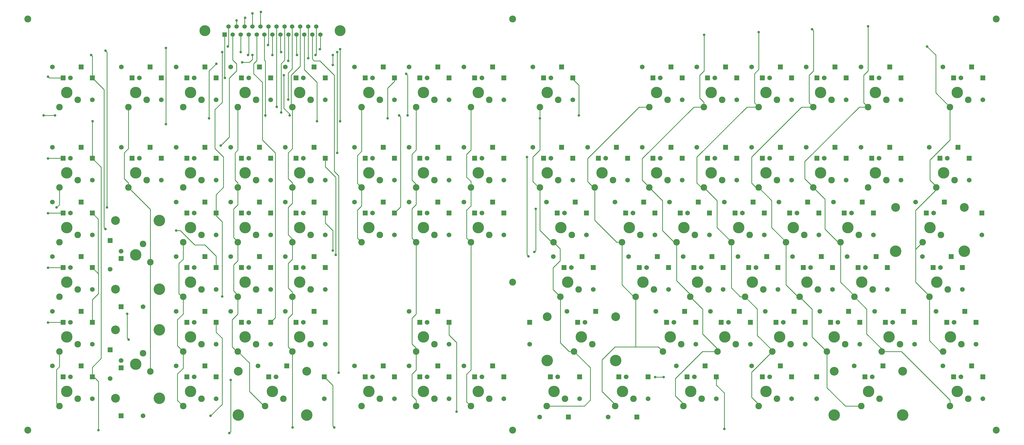
<source format=gtl>
G04 (created by PCBNEW (2013-07-07 BZR 4022)-stable) date 12/12/2017 2:38:17 AM*
%MOIN*%
G04 Gerber Fmt 3.4, Leading zero omitted, Abs format*
%FSLAX34Y34*%
G01*
G70*
G90*
G04 APERTURE LIST*
%ADD10C,0.00590551*%
%ADD11C,0.09*%
%ADD12C,0.157*%
%ADD13C,0.065*%
%ADD14R,0.065X0.065*%
%ADD15C,0.15*%
%ADD16R,0.06X0.06*%
%ADD17C,0.06*%
%ADD18C,0.0944882*%
%ADD19C,0.15748*%
%ADD20C,0.120079*%
%ADD21C,0.035*%
%ADD22C,0.01*%
G04 APERTURE END LIST*
G54D10*
G54D11*
X101362Y-24440D03*
X103862Y-23440D03*
G54D12*
X102362Y-22440D03*
G54D13*
X105862Y-23440D03*
G54D14*
X105862Y-20440D03*
G54D13*
X102862Y-20440D03*
G54D14*
X101862Y-20440D03*
X104330Y-18940D03*
G54D13*
X100393Y-18940D03*
G54D11*
X112582Y-31921D03*
X115082Y-30921D03*
G54D12*
X113582Y-29921D03*
G54D13*
X117082Y-30921D03*
G54D14*
X117082Y-27921D03*
G54D13*
X114082Y-27921D03*
G54D14*
X113082Y-27921D03*
X115551Y-26421D03*
G54D13*
X111614Y-26421D03*
G54D11*
X105102Y-31921D03*
X107602Y-30921D03*
G54D12*
X106102Y-29921D03*
G54D13*
X109602Y-30921D03*
G54D14*
X109602Y-27921D03*
G54D13*
X106602Y-27921D03*
G54D14*
X105602Y-27921D03*
X108070Y-26421D03*
G54D13*
X104133Y-26421D03*
G54D11*
X97622Y-31921D03*
X100122Y-30921D03*
G54D12*
X98622Y-29921D03*
G54D13*
X102122Y-30921D03*
G54D14*
X102122Y-27921D03*
G54D13*
X99122Y-27921D03*
G54D14*
X98122Y-27921D03*
X100590Y-26421D03*
G54D13*
X96653Y-26421D03*
G54D11*
X90141Y-31921D03*
X92641Y-30921D03*
G54D12*
X91141Y-29921D03*
G54D13*
X94641Y-30921D03*
G54D14*
X94641Y-27921D03*
G54D13*
X91641Y-27921D03*
G54D14*
X90641Y-27921D03*
X93110Y-26421D03*
G54D13*
X89173Y-26421D03*
G54D11*
X82661Y-31921D03*
X85161Y-30921D03*
G54D12*
X83661Y-29921D03*
G54D13*
X87161Y-30921D03*
G54D14*
X87161Y-27921D03*
G54D13*
X84161Y-27921D03*
G54D14*
X83161Y-27921D03*
X85629Y-26421D03*
G54D13*
X81692Y-26421D03*
G54D11*
X73311Y-31921D03*
X75811Y-30921D03*
G54D12*
X74311Y-29921D03*
G54D13*
X77811Y-30921D03*
G54D14*
X77811Y-27921D03*
G54D13*
X74811Y-27921D03*
G54D14*
X73811Y-27921D03*
X76279Y-26421D03*
G54D13*
X72342Y-26421D03*
G54D11*
X125673Y-24440D03*
X128173Y-23440D03*
G54D12*
X126673Y-22440D03*
G54D13*
X130173Y-23440D03*
G54D14*
X130173Y-20440D03*
G54D13*
X127173Y-20440D03*
G54D14*
X126173Y-20440D03*
X128641Y-18940D03*
G54D13*
X124704Y-18940D03*
G54D11*
X116322Y-24440D03*
X118822Y-23440D03*
G54D12*
X117322Y-22440D03*
G54D13*
X120822Y-23440D03*
G54D14*
X120822Y-20440D03*
G54D13*
X117822Y-20440D03*
G54D14*
X116822Y-20440D03*
X119291Y-18940D03*
G54D13*
X115354Y-18940D03*
G54D11*
X108842Y-24440D03*
X111342Y-23440D03*
G54D12*
X109842Y-22440D03*
G54D13*
X113342Y-23440D03*
G54D14*
X113342Y-20440D03*
G54D13*
X110342Y-20440D03*
G54D14*
X109342Y-20440D03*
X111811Y-18940D03*
G54D13*
X107874Y-18940D03*
G54D11*
X74246Y-39401D03*
X76746Y-38401D03*
G54D12*
X75246Y-37401D03*
G54D13*
X78746Y-38401D03*
G54D14*
X78746Y-35401D03*
G54D13*
X75746Y-35401D03*
G54D14*
X74746Y-35401D03*
X77214Y-33901D03*
G54D13*
X73277Y-33901D03*
G54D11*
X93881Y-24440D03*
X96381Y-23440D03*
G54D12*
X94881Y-22440D03*
G54D13*
X98381Y-23440D03*
G54D14*
X98381Y-20440D03*
G54D13*
X95381Y-20440D03*
G54D14*
X94381Y-20440D03*
X96850Y-18940D03*
G54D13*
X92913Y-18940D03*
G54D11*
X86401Y-24440D03*
X88901Y-23440D03*
G54D12*
X87401Y-22440D03*
G54D13*
X90901Y-23440D03*
G54D14*
X90901Y-20440D03*
G54D13*
X87901Y-20440D03*
G54D14*
X86901Y-20440D03*
X89370Y-18940D03*
G54D13*
X85433Y-18940D03*
G54D11*
X78921Y-24440D03*
X81421Y-23440D03*
G54D12*
X79921Y-22440D03*
G54D13*
X83421Y-23440D03*
G54D14*
X83421Y-20440D03*
G54D13*
X80421Y-20440D03*
G54D14*
X79421Y-20440D03*
X81889Y-18940D03*
G54D13*
X77952Y-18940D03*
G54D11*
X71440Y-24440D03*
X73940Y-23440D03*
G54D12*
X72440Y-22440D03*
G54D13*
X75940Y-23440D03*
G54D14*
X75940Y-20440D03*
G54D13*
X72940Y-20440D03*
G54D14*
X71940Y-20440D03*
X74409Y-18940D03*
G54D13*
X70472Y-18940D03*
G54D11*
X127543Y-13417D03*
X130043Y-12417D03*
G54D12*
X128543Y-11417D03*
G54D13*
X132043Y-12417D03*
G54D14*
X132043Y-9417D03*
G54D13*
X129043Y-9417D03*
G54D14*
X128043Y-9417D03*
X130511Y-7917D03*
G54D13*
X126574Y-7917D03*
G54D11*
X116322Y-13417D03*
X118822Y-12417D03*
G54D12*
X117322Y-11417D03*
G54D13*
X120822Y-12417D03*
G54D14*
X120822Y-9417D03*
G54D13*
X117822Y-9417D03*
G54D14*
X116822Y-9417D03*
X119291Y-7917D03*
G54D13*
X115354Y-7917D03*
G54D11*
X108842Y-13417D03*
X111342Y-12417D03*
G54D12*
X109842Y-11417D03*
G54D13*
X113342Y-12417D03*
G54D14*
X113342Y-9417D03*
G54D13*
X110342Y-9417D03*
G54D14*
X109342Y-9417D03*
X111811Y-7917D03*
G54D13*
X107874Y-7917D03*
G54D11*
X101362Y-13417D03*
X103862Y-12417D03*
G54D12*
X102362Y-11417D03*
G54D13*
X105862Y-12417D03*
G54D14*
X105862Y-9417D03*
G54D13*
X102862Y-9417D03*
G54D14*
X101862Y-9417D03*
X104330Y-7917D03*
G54D13*
X100393Y-7917D03*
G54D11*
X93881Y-13417D03*
X96381Y-12417D03*
G54D12*
X94881Y-11417D03*
G54D13*
X98381Y-12417D03*
G54D14*
X98381Y-9417D03*
G54D13*
X95381Y-9417D03*
G54D14*
X94381Y-9417D03*
X96850Y-7917D03*
G54D13*
X92913Y-7917D03*
G54D11*
X103232Y-46881D03*
X105732Y-45881D03*
G54D12*
X104232Y-44881D03*
G54D13*
X107732Y-45881D03*
G54D14*
X107732Y-42881D03*
G54D13*
X104732Y-42881D03*
G54D14*
X103732Y-42881D03*
X106200Y-41381D03*
G54D13*
X102263Y-41381D03*
G54D11*
X127543Y-54362D03*
X130043Y-53362D03*
G54D12*
X128543Y-52362D03*
G54D13*
X132043Y-53362D03*
G54D14*
X132043Y-50362D03*
G54D13*
X129043Y-50362D03*
G54D14*
X128043Y-50362D03*
X130511Y-48862D03*
G54D13*
X126574Y-48862D03*
G54D11*
X101362Y-54362D03*
X103862Y-53362D03*
G54D12*
X102362Y-52362D03*
G54D13*
X105862Y-53362D03*
G54D14*
X105862Y-50362D03*
G54D13*
X102862Y-50362D03*
G54D14*
X101862Y-50362D03*
X104330Y-48862D03*
G54D13*
X100393Y-48862D03*
G54D11*
X91076Y-54362D03*
X93576Y-53362D03*
G54D12*
X92076Y-52362D03*
G54D13*
X95576Y-53362D03*
G54D14*
X95576Y-50362D03*
G54D13*
X92576Y-50362D03*
G54D14*
X91576Y-50362D03*
X94045Y-48862D03*
G54D13*
X90108Y-48862D03*
G54D11*
X126608Y-46881D03*
X129108Y-45881D03*
G54D12*
X127608Y-44881D03*
G54D13*
X131108Y-45881D03*
G54D14*
X131108Y-42881D03*
G54D13*
X128108Y-42881D03*
G54D14*
X127108Y-42881D03*
X129576Y-41381D03*
G54D13*
X125639Y-41381D03*
G54D11*
X118192Y-46881D03*
X120692Y-45881D03*
G54D12*
X119192Y-44881D03*
G54D13*
X122692Y-45881D03*
G54D14*
X122692Y-42881D03*
G54D13*
X119692Y-42881D03*
G54D14*
X118692Y-42881D03*
X121161Y-41381D03*
G54D13*
X117224Y-41381D03*
G54D11*
X110712Y-46881D03*
X113212Y-45881D03*
G54D12*
X111712Y-44881D03*
G54D13*
X115212Y-45881D03*
G54D14*
X115212Y-42881D03*
G54D13*
X112212Y-42881D03*
G54D14*
X111212Y-42881D03*
X113681Y-41381D03*
G54D13*
X109744Y-41381D03*
G54D11*
X86401Y-13417D03*
X88901Y-12417D03*
G54D12*
X87401Y-11417D03*
G54D13*
X90901Y-12417D03*
G54D14*
X90901Y-9417D03*
G54D13*
X87901Y-9417D03*
G54D14*
X86901Y-9417D03*
X89370Y-7917D03*
G54D13*
X85433Y-7917D03*
G54D11*
X95751Y-46881D03*
X98251Y-45881D03*
G54D12*
X96751Y-44881D03*
G54D13*
X100251Y-45881D03*
G54D14*
X100251Y-42881D03*
G54D13*
X97251Y-42881D03*
G54D14*
X96251Y-42881D03*
X98720Y-41381D03*
G54D13*
X94783Y-41381D03*
G54D11*
X88271Y-46881D03*
X90771Y-45881D03*
G54D12*
X89271Y-44881D03*
G54D13*
X92771Y-45881D03*
G54D14*
X92771Y-42881D03*
G54D13*
X89771Y-42881D03*
G54D14*
X88771Y-42881D03*
X91240Y-41381D03*
G54D13*
X87303Y-41381D03*
G54D11*
X124738Y-39401D03*
X127238Y-38401D03*
G54D12*
X125738Y-37401D03*
G54D13*
X129238Y-38401D03*
G54D14*
X129238Y-35401D03*
G54D13*
X126238Y-35401D03*
G54D14*
X125238Y-35401D03*
X127706Y-33901D03*
G54D13*
X123769Y-33901D03*
G54D11*
X114452Y-39401D03*
X116952Y-38401D03*
G54D12*
X115452Y-37401D03*
G54D13*
X118952Y-38401D03*
G54D14*
X118952Y-35401D03*
G54D13*
X115952Y-35401D03*
G54D14*
X114952Y-35401D03*
X117421Y-33901D03*
G54D13*
X113484Y-33901D03*
G54D11*
X106972Y-39401D03*
X109472Y-38401D03*
G54D12*
X107972Y-37401D03*
G54D13*
X111472Y-38401D03*
G54D14*
X111472Y-35401D03*
G54D13*
X108472Y-35401D03*
G54D14*
X107472Y-35401D03*
X109940Y-33901D03*
G54D13*
X106003Y-33901D03*
G54D11*
X99492Y-39401D03*
X101992Y-38401D03*
G54D12*
X100492Y-37401D03*
G54D13*
X103992Y-38401D03*
G54D14*
X103992Y-35401D03*
G54D13*
X100992Y-35401D03*
G54D14*
X99992Y-35401D03*
X102460Y-33901D03*
G54D13*
X98523Y-33901D03*
G54D11*
X92011Y-39401D03*
X94511Y-38401D03*
G54D12*
X93011Y-37401D03*
G54D13*
X96511Y-38401D03*
G54D14*
X96511Y-35401D03*
G54D13*
X93511Y-35401D03*
G54D14*
X92511Y-35401D03*
X94980Y-33901D03*
G54D13*
X91043Y-33901D03*
G54D11*
X84531Y-39401D03*
X87031Y-38401D03*
G54D12*
X85531Y-37401D03*
G54D13*
X89031Y-38401D03*
G54D14*
X89031Y-35401D03*
G54D13*
X86031Y-35401D03*
G54D14*
X85031Y-35401D03*
X87500Y-33901D03*
G54D13*
X83562Y-33901D03*
G54D11*
X15141Y-24440D03*
X17641Y-23440D03*
G54D12*
X16141Y-22440D03*
G54D13*
X19641Y-23440D03*
G54D14*
X19641Y-20440D03*
G54D13*
X16641Y-20440D03*
G54D14*
X15641Y-20440D03*
X18110Y-18940D03*
G54D13*
X14173Y-18940D03*
G54D11*
X37582Y-39401D03*
X40082Y-38401D03*
G54D12*
X38582Y-37401D03*
G54D13*
X42082Y-38401D03*
G54D14*
X42082Y-35401D03*
G54D13*
X39082Y-35401D03*
G54D14*
X38082Y-35401D03*
X40551Y-33901D03*
G54D13*
X36614Y-33901D03*
G54D11*
X30102Y-39401D03*
X32602Y-38401D03*
G54D12*
X31102Y-37401D03*
G54D13*
X34602Y-38401D03*
G54D14*
X34602Y-35401D03*
G54D13*
X31602Y-35401D03*
G54D14*
X30602Y-35401D03*
X33070Y-33901D03*
G54D13*
X29133Y-33901D03*
G54D11*
X22622Y-39401D03*
X25122Y-38401D03*
G54D12*
X23622Y-37401D03*
G54D13*
X27122Y-38401D03*
G54D14*
X27122Y-35401D03*
G54D13*
X24122Y-35401D03*
G54D14*
X23122Y-35401D03*
X25590Y-33901D03*
G54D13*
X21653Y-33901D03*
G54D11*
X37582Y-31921D03*
X40082Y-30921D03*
G54D12*
X38582Y-29921D03*
G54D13*
X42082Y-30921D03*
G54D14*
X42082Y-27921D03*
G54D13*
X39082Y-27921D03*
G54D14*
X38082Y-27921D03*
X40551Y-26421D03*
G54D13*
X36614Y-26421D03*
G54D11*
X30102Y-31921D03*
X32602Y-30921D03*
G54D12*
X31102Y-29921D03*
G54D13*
X34602Y-30921D03*
G54D14*
X34602Y-27921D03*
G54D13*
X31602Y-27921D03*
G54D14*
X30602Y-27921D03*
X33070Y-26421D03*
G54D13*
X29133Y-26421D03*
G54D11*
X22622Y-31921D03*
X25122Y-30921D03*
G54D12*
X23622Y-29921D03*
G54D13*
X27122Y-30921D03*
G54D14*
X27122Y-27921D03*
G54D13*
X24122Y-27921D03*
G54D14*
X23122Y-27921D03*
X25590Y-26421D03*
G54D13*
X21653Y-26421D03*
G54D11*
X37582Y-24440D03*
X40082Y-23440D03*
G54D12*
X38582Y-22440D03*
G54D13*
X42082Y-23440D03*
G54D14*
X42082Y-20440D03*
G54D13*
X39082Y-20440D03*
G54D14*
X38082Y-20440D03*
X40551Y-18940D03*
G54D13*
X36614Y-18940D03*
G54D11*
X30102Y-24440D03*
X32602Y-23440D03*
G54D12*
X31102Y-22440D03*
G54D13*
X34602Y-23440D03*
G54D14*
X34602Y-20440D03*
G54D13*
X31602Y-20440D03*
G54D14*
X30602Y-20440D03*
X33070Y-18940D03*
G54D13*
X29133Y-18940D03*
G54D11*
X22622Y-24440D03*
X25122Y-23440D03*
G54D12*
X23622Y-22440D03*
G54D13*
X27122Y-23440D03*
G54D14*
X27122Y-20440D03*
G54D13*
X24122Y-20440D03*
G54D14*
X23122Y-20440D03*
X25590Y-18940D03*
G54D13*
X21653Y-18940D03*
G54D11*
X37582Y-13417D03*
X40082Y-12417D03*
G54D12*
X38582Y-11417D03*
G54D13*
X42082Y-12417D03*
G54D14*
X42082Y-9417D03*
G54D13*
X39082Y-9417D03*
G54D14*
X38082Y-9417D03*
X40551Y-7917D03*
G54D13*
X36614Y-7917D03*
G54D11*
X30102Y-13417D03*
X32602Y-12417D03*
G54D12*
X31102Y-11417D03*
G54D13*
X34602Y-12417D03*
G54D14*
X34602Y-9417D03*
G54D13*
X31602Y-9417D03*
G54D14*
X30602Y-9417D03*
X33070Y-7917D03*
G54D13*
X29133Y-7917D03*
G54D11*
X22622Y-13417D03*
X25122Y-12417D03*
G54D12*
X23622Y-11417D03*
G54D13*
X27122Y-12417D03*
G54D14*
X27122Y-9417D03*
G54D13*
X24122Y-9417D03*
G54D14*
X23122Y-9417D03*
X25590Y-7917D03*
G54D13*
X21653Y-7917D03*
G54D11*
X15141Y-13417D03*
X17641Y-12417D03*
G54D12*
X16141Y-11417D03*
G54D13*
X19641Y-12417D03*
G54D14*
X19641Y-9417D03*
G54D13*
X16641Y-9417D03*
G54D14*
X15641Y-9417D03*
X18110Y-7917D03*
G54D13*
X14173Y-7917D03*
G54D11*
X5692Y-54362D03*
X8192Y-53362D03*
G54D12*
X6692Y-52362D03*
G54D13*
X10192Y-53362D03*
G54D14*
X10192Y-50362D03*
G54D13*
X7192Y-50362D03*
G54D14*
X6192Y-50362D03*
X8661Y-48862D03*
G54D13*
X4724Y-48862D03*
G54D11*
X5692Y-46881D03*
X8192Y-45881D03*
G54D12*
X6692Y-44881D03*
G54D13*
X10192Y-45881D03*
G54D14*
X10192Y-42881D03*
G54D13*
X7192Y-42881D03*
G54D14*
X6192Y-42881D03*
X8661Y-41381D03*
G54D13*
X4724Y-41381D03*
G54D11*
X5692Y-39401D03*
X8192Y-38401D03*
G54D12*
X6692Y-37401D03*
G54D13*
X10192Y-38401D03*
G54D14*
X10192Y-35401D03*
G54D13*
X7192Y-35401D03*
G54D14*
X6192Y-35401D03*
X8661Y-33901D03*
G54D13*
X4724Y-33901D03*
G54D11*
X5692Y-31921D03*
X8192Y-30921D03*
G54D12*
X6692Y-29921D03*
G54D13*
X10192Y-30921D03*
G54D14*
X10192Y-27921D03*
G54D13*
X7192Y-27921D03*
G54D14*
X6192Y-27921D03*
X8661Y-26421D03*
G54D13*
X4724Y-26421D03*
G54D11*
X5692Y-24440D03*
X8192Y-23440D03*
G54D12*
X6692Y-22440D03*
G54D13*
X10192Y-23440D03*
G54D14*
X10192Y-20440D03*
G54D13*
X7192Y-20440D03*
G54D14*
X6192Y-20440D03*
X8661Y-18940D03*
G54D13*
X4724Y-18940D03*
G54D11*
X47031Y-24440D03*
X49531Y-23440D03*
G54D12*
X48031Y-22440D03*
G54D13*
X51531Y-23440D03*
G54D14*
X51531Y-20440D03*
G54D13*
X48531Y-20440D03*
G54D14*
X47531Y-20440D03*
X50000Y-18940D03*
G54D13*
X46062Y-18940D03*
G54D11*
X71440Y-13417D03*
X73940Y-12417D03*
G54D12*
X72440Y-11417D03*
G54D13*
X75940Y-12417D03*
G54D14*
X75940Y-9417D03*
G54D13*
X72940Y-9417D03*
G54D14*
X71940Y-9417D03*
X74409Y-7917D03*
G54D13*
X70472Y-7917D03*
G54D11*
X61992Y-54362D03*
X64492Y-53362D03*
G54D12*
X62992Y-52362D03*
G54D13*
X66492Y-53362D03*
G54D14*
X66492Y-50362D03*
G54D13*
X63492Y-50362D03*
G54D14*
X62492Y-50362D03*
X64960Y-48862D03*
G54D13*
X61023Y-48862D03*
G54D11*
X54511Y-54362D03*
X57011Y-53362D03*
G54D12*
X55511Y-52362D03*
G54D13*
X59011Y-53362D03*
G54D14*
X59011Y-50362D03*
G54D13*
X56011Y-50362D03*
G54D14*
X55011Y-50362D03*
X57480Y-48862D03*
G54D13*
X53543Y-48862D03*
G54D11*
X47031Y-54362D03*
X49531Y-53362D03*
G54D12*
X48031Y-52362D03*
G54D13*
X51531Y-53362D03*
G54D14*
X51531Y-50362D03*
G54D13*
X48531Y-50362D03*
G54D14*
X47531Y-50362D03*
X50000Y-48862D03*
G54D13*
X46062Y-48862D03*
G54D11*
X54511Y-46881D03*
X57011Y-45881D03*
G54D12*
X55511Y-44881D03*
G54D13*
X59011Y-45881D03*
G54D14*
X59011Y-42881D03*
G54D13*
X56011Y-42881D03*
G54D14*
X55011Y-42881D03*
X57480Y-41381D03*
G54D13*
X53543Y-41381D03*
G54D11*
X61992Y-31921D03*
X64492Y-30921D03*
G54D12*
X62992Y-29921D03*
G54D13*
X66492Y-30921D03*
G54D14*
X66492Y-27921D03*
G54D13*
X63492Y-27921D03*
G54D14*
X62492Y-27921D03*
X64960Y-26421D03*
G54D13*
X61023Y-26421D03*
G54D11*
X54511Y-31921D03*
X57011Y-30921D03*
G54D12*
X55511Y-29921D03*
G54D13*
X59011Y-30921D03*
G54D14*
X59011Y-27921D03*
G54D13*
X56011Y-27921D03*
G54D14*
X55011Y-27921D03*
X57480Y-26421D03*
G54D13*
X53543Y-26421D03*
G54D11*
X47031Y-31921D03*
X49531Y-30921D03*
G54D12*
X48031Y-29921D03*
G54D13*
X51531Y-30921D03*
G54D14*
X51531Y-27921D03*
G54D13*
X48531Y-27921D03*
G54D14*
X47531Y-27921D03*
X50000Y-26421D03*
G54D13*
X46062Y-26421D03*
G54D11*
X61992Y-24440D03*
X64492Y-23440D03*
G54D12*
X62992Y-22440D03*
G54D13*
X66492Y-23440D03*
G54D14*
X66492Y-20440D03*
G54D13*
X63492Y-20440D03*
G54D14*
X62492Y-20440D03*
X64960Y-18940D03*
G54D13*
X61023Y-18940D03*
G54D11*
X54511Y-24440D03*
X57011Y-23440D03*
G54D12*
X55511Y-22440D03*
G54D13*
X59011Y-23440D03*
G54D14*
X59011Y-20440D03*
G54D13*
X56011Y-20440D03*
G54D14*
X55011Y-20440D03*
X57480Y-18940D03*
G54D13*
X53543Y-18940D03*
G54D11*
X5692Y-13417D03*
X8192Y-12417D03*
G54D12*
X6692Y-11417D03*
G54D13*
X10192Y-12417D03*
G54D14*
X10192Y-9417D03*
G54D13*
X7192Y-9417D03*
G54D14*
X6192Y-9417D03*
X8661Y-7917D03*
G54D13*
X4724Y-7917D03*
G54D11*
X61992Y-13417D03*
X64492Y-12417D03*
G54D12*
X62992Y-11417D03*
G54D13*
X66492Y-12417D03*
G54D14*
X66492Y-9417D03*
G54D13*
X63492Y-9417D03*
G54D14*
X62492Y-9417D03*
X64960Y-7917D03*
G54D13*
X61023Y-7917D03*
G54D11*
X54511Y-13417D03*
X57011Y-12417D03*
G54D12*
X55511Y-11417D03*
G54D13*
X59011Y-12417D03*
G54D14*
X59011Y-9417D03*
G54D13*
X56011Y-9417D03*
G54D14*
X55011Y-9417D03*
X57480Y-7917D03*
G54D13*
X53543Y-7917D03*
G54D11*
X47031Y-13417D03*
X49531Y-12417D03*
G54D12*
X48031Y-11417D03*
G54D13*
X51531Y-12417D03*
G54D14*
X51531Y-9417D03*
G54D13*
X48531Y-9417D03*
G54D14*
X47531Y-9417D03*
X50000Y-7917D03*
G54D13*
X46062Y-7917D03*
G54D11*
X22622Y-54362D03*
X25122Y-53362D03*
G54D12*
X23622Y-52362D03*
G54D13*
X27122Y-53362D03*
G54D14*
X27122Y-50362D03*
G54D13*
X24122Y-50362D03*
G54D14*
X23122Y-50362D03*
X25590Y-48862D03*
G54D13*
X21653Y-48862D03*
G54D11*
X37582Y-46881D03*
X40082Y-45881D03*
G54D12*
X38582Y-44881D03*
G54D13*
X42082Y-45881D03*
G54D14*
X42082Y-42881D03*
G54D13*
X39082Y-42881D03*
G54D14*
X38082Y-42881D03*
X40551Y-41381D03*
G54D13*
X36614Y-41381D03*
G54D11*
X30102Y-46881D03*
X32602Y-45881D03*
G54D12*
X31102Y-44881D03*
G54D13*
X34602Y-45881D03*
G54D14*
X34602Y-42881D03*
G54D13*
X31602Y-42881D03*
G54D14*
X30602Y-42881D03*
X33070Y-41381D03*
G54D13*
X29133Y-41381D03*
G54D11*
X22622Y-46881D03*
X25122Y-45881D03*
G54D12*
X23622Y-44881D03*
G54D13*
X27122Y-45881D03*
G54D14*
X27122Y-42881D03*
G54D13*
X24122Y-42881D03*
G54D14*
X23122Y-42881D03*
X25590Y-41381D03*
G54D13*
X21653Y-41381D03*
G54D15*
X44092Y-2952D03*
X25592Y-2952D03*
G54D16*
X28292Y-3502D03*
G54D17*
X29392Y-3502D03*
X30492Y-3502D03*
X31592Y-3502D03*
X32692Y-3502D03*
X33742Y-3502D03*
X34842Y-3502D03*
X35942Y-3502D03*
X37042Y-3502D03*
X38142Y-3502D03*
X39192Y-3502D03*
X40292Y-3502D03*
X41392Y-3502D03*
X28842Y-2402D03*
X29942Y-2402D03*
X31042Y-2402D03*
X32092Y-2402D03*
X33192Y-2402D03*
X34292Y-2402D03*
X35392Y-2402D03*
X36492Y-2402D03*
X37542Y-2402D03*
X38642Y-2402D03*
X39742Y-2402D03*
X40842Y-2402D03*
G54D18*
X1377Y-1377D03*
X133858Y-1377D03*
X67716Y-1377D03*
X1377Y-57677D03*
X67716Y-57677D03*
X133858Y-57677D03*
X67716Y-37401D03*
G54D11*
X18141Y-34661D03*
X17141Y-32161D03*
G54D12*
X16141Y-33661D03*
G54D13*
X17141Y-40748D03*
G54D14*
X14141Y-40748D03*
G54D13*
X14141Y-33161D03*
G54D14*
X14141Y-34161D03*
X12641Y-31692D03*
G54D13*
X12641Y-35629D03*
G54D19*
X19385Y-28976D03*
G54D20*
X13385Y-28976D03*
G54D19*
X19385Y-38346D03*
G54D20*
X13385Y-38346D03*
G54D11*
X18141Y-49622D03*
X17141Y-47122D03*
G54D12*
X16141Y-48622D03*
G54D13*
X17141Y-55708D03*
G54D14*
X14141Y-55708D03*
G54D13*
X14141Y-48122D03*
G54D14*
X14141Y-49122D03*
X12641Y-46653D03*
G54D13*
X12641Y-50590D03*
G54D19*
X19385Y-43937D03*
G54D20*
X13385Y-43937D03*
G54D19*
X19385Y-53307D03*
G54D20*
X13385Y-53307D03*
G54D11*
X33842Y-54362D03*
X36342Y-53362D03*
G54D12*
X34842Y-52362D03*
G54D13*
X41929Y-53362D03*
G54D14*
X41929Y-50362D03*
G54D13*
X35342Y-50362D03*
G54D14*
X34342Y-50362D03*
X36811Y-48862D03*
G54D13*
X32874Y-48862D03*
G54D19*
X39527Y-55606D03*
G54D20*
X39527Y-49606D03*
G54D19*
X30157Y-55606D03*
G54D20*
X30157Y-49606D03*
G54D11*
X76116Y-46881D03*
X78616Y-45881D03*
G54D12*
X77116Y-44881D03*
G54D13*
X70029Y-45881D03*
G54D14*
X70029Y-42881D03*
G54D13*
X77616Y-42881D03*
G54D14*
X76616Y-42881D03*
X79084Y-41381D03*
G54D13*
X75147Y-41381D03*
G54D19*
X81801Y-48125D03*
G54D20*
X81801Y-42125D03*
G54D19*
X72431Y-48125D03*
G54D20*
X72431Y-42125D03*
G54D11*
X123803Y-31921D03*
X126303Y-30921D03*
G54D12*
X124803Y-29921D03*
G54D13*
X131889Y-30921D03*
G54D14*
X131889Y-27921D03*
G54D13*
X125303Y-27921D03*
G54D14*
X124303Y-27921D03*
X126771Y-26421D03*
G54D13*
X122834Y-26421D03*
G54D19*
X129488Y-33165D03*
G54D20*
X129488Y-27165D03*
G54D19*
X120118Y-33165D03*
G54D20*
X120118Y-27165D03*
G54D11*
X115387Y-54362D03*
X117887Y-53362D03*
G54D12*
X116387Y-52362D03*
G54D13*
X109301Y-53362D03*
G54D14*
X109301Y-50362D03*
G54D13*
X116887Y-50362D03*
G54D14*
X115887Y-50362D03*
X118356Y-48862D03*
G54D13*
X114419Y-48862D03*
G54D19*
X121072Y-55606D03*
G54D20*
X121072Y-49606D03*
G54D19*
X111702Y-55606D03*
G54D20*
X111702Y-49606D03*
G54D11*
X72375Y-54362D03*
X74875Y-53362D03*
G54D12*
X73375Y-52362D03*
G54D13*
X76875Y-53362D03*
G54D14*
X76875Y-50362D03*
G54D13*
X73875Y-50362D03*
G54D14*
X72875Y-50362D03*
X75344Y-55862D03*
G54D13*
X71407Y-55862D03*
G54D11*
X81726Y-54362D03*
X84226Y-53362D03*
G54D12*
X82726Y-52362D03*
G54D13*
X86226Y-53362D03*
G54D14*
X86226Y-50362D03*
G54D13*
X83226Y-50362D03*
G54D14*
X82226Y-50362D03*
X84694Y-55862D03*
G54D13*
X80757Y-55862D03*
G54D21*
X71440Y-14960D03*
X41338Y-5511D03*
X44094Y-5511D03*
X44094Y-15354D03*
X28740Y-5118D03*
X20275Y-5314D03*
X20275Y-15748D03*
X43897Y-49803D03*
X116338Y-2362D03*
X33267Y-393D03*
X101377Y-3149D03*
X31102Y-1181D03*
X37007Y-12401D03*
X14960Y-41732D03*
X15157Y-45275D03*
X124409Y-5118D03*
X34251Y-4921D03*
X36023Y-14173D03*
X5314Y-27165D03*
X37598Y-57283D03*
X108661Y-2755D03*
X32086Y-590D03*
X93897Y-3543D03*
X29921Y-1574D03*
X35433Y-13385D03*
X50590Y-14960D03*
X26181Y-14960D03*
X27165Y-7480D03*
X30708Y-7283D03*
X32086Y-6299D03*
X34842Y-6299D03*
X43700Y-19685D03*
X43700Y-5905D03*
X36023Y-5905D03*
X52165Y-14566D03*
X37204Y-14566D03*
X36417Y-9055D03*
X37007Y-7086D03*
X26377Y-55708D03*
X29133Y-50787D03*
X28937Y-58070D03*
X3543Y-14566D03*
X5118Y-14566D03*
X33858Y-14566D03*
X43307Y-57283D03*
X96653Y-57480D03*
X87204Y-50393D03*
X88385Y-50393D03*
X12204Y-27165D03*
X12007Y-5708D03*
X38188Y-6299D03*
X10236Y-15354D03*
X40944Y-15354D03*
X11023Y-57677D03*
X60039Y-55118D03*
X43110Y-7677D03*
X43110Y-6299D03*
X40748Y-6299D03*
X4133Y-27952D03*
X4133Y-35433D03*
X4133Y-42913D03*
X4133Y-20472D03*
X4133Y-9251D03*
X76771Y-14566D03*
X53346Y-14566D03*
X53149Y-8858D03*
X28346Y-9417D03*
X27755Y-18700D03*
X69685Y-20275D03*
X69881Y-33858D03*
X43503Y-33661D03*
X39742Y-6714D03*
X30511Y-5905D03*
X27952Y-5905D03*
X70866Y-27362D03*
X70669Y-33267D03*
X43110Y-33070D03*
X27952Y-39370D03*
X12007Y-30118D03*
X21653Y-30314D03*
X31496Y-6299D03*
X10039Y-6299D03*
G54D22*
X41392Y-3502D02*
X41392Y-5457D01*
X41338Y-5511D02*
X41392Y-5457D01*
X44094Y-15354D02*
X44094Y-5511D01*
X71440Y-24440D02*
X71291Y-24440D01*
X71440Y-19307D02*
X71440Y-14960D01*
X71440Y-14960D02*
X71440Y-13417D01*
X70472Y-20275D02*
X71440Y-19307D01*
X70472Y-23622D02*
X70472Y-20275D01*
X71291Y-24440D02*
X70472Y-23622D01*
X73311Y-31921D02*
X73062Y-31921D01*
X71440Y-30299D02*
X71440Y-24440D01*
X73062Y-31921D02*
X71440Y-30299D01*
X74246Y-39401D02*
X74244Y-39401D01*
X74212Y-32822D02*
X73311Y-31921D01*
X74212Y-34448D02*
X74212Y-32822D01*
X73228Y-35433D02*
X74212Y-34448D01*
X73228Y-38385D02*
X73228Y-35433D01*
X74244Y-39401D02*
X73228Y-38385D01*
X76116Y-46881D02*
X75425Y-46881D01*
X74246Y-45702D02*
X74246Y-39401D01*
X75425Y-46881D02*
X74246Y-45702D01*
X72375Y-54362D02*
X77527Y-54362D01*
X78346Y-49112D02*
X76116Y-46881D01*
X78346Y-53543D02*
X78346Y-49112D01*
X77527Y-54362D02*
X78346Y-53543D01*
X28842Y-5015D02*
X28842Y-2402D01*
X28740Y-5118D02*
X28842Y-5015D01*
X20275Y-15748D02*
X20275Y-5314D01*
X78921Y-24440D02*
X78771Y-24440D01*
X85007Y-13417D02*
X86401Y-13417D01*
X77952Y-20472D02*
X85007Y-13417D01*
X77952Y-23622D02*
X77952Y-20472D01*
X78771Y-24440D02*
X77952Y-23622D01*
X82661Y-31921D02*
X81921Y-31921D01*
X78921Y-28921D02*
X78921Y-24440D01*
X81921Y-31921D02*
X78921Y-28921D01*
X84531Y-39401D02*
X84283Y-39401D01*
X82661Y-37779D02*
X82661Y-31921D01*
X84283Y-39401D02*
X82661Y-37779D01*
X84531Y-39401D02*
X84531Y-46259D01*
X84531Y-46259D02*
X84645Y-46259D01*
X81726Y-54362D02*
X81726Y-54167D01*
X87649Y-46259D02*
X88271Y-46881D01*
X81692Y-46259D02*
X84645Y-46259D01*
X84645Y-46259D02*
X87649Y-46259D01*
X79921Y-48031D02*
X81692Y-46259D01*
X79921Y-52362D02*
X79921Y-48031D01*
X81726Y-54167D02*
X79921Y-52362D01*
X40292Y-3502D02*
X40292Y-6827D01*
X43897Y-22834D02*
X43897Y-49803D01*
X43307Y-22244D02*
X43897Y-22834D01*
X43307Y-9055D02*
X43307Y-22244D01*
X41338Y-7086D02*
X43307Y-9055D01*
X40551Y-7086D02*
X41338Y-7086D01*
X40292Y-6827D02*
X40551Y-7086D01*
X33192Y-2402D02*
X33192Y-468D01*
X115748Y-12842D02*
X116322Y-13417D01*
X115748Y-9055D02*
X115748Y-12842D01*
X116338Y-8464D02*
X115748Y-9055D01*
X116338Y-2362D02*
X116338Y-8464D01*
X33192Y-468D02*
X33267Y-393D01*
X108842Y-24440D02*
X108842Y-24393D01*
X115125Y-13417D02*
X116322Y-13417D01*
X107677Y-20866D02*
X115125Y-13417D01*
X107677Y-23228D02*
X107677Y-20866D01*
X108842Y-24393D02*
X107677Y-23228D01*
X112582Y-31921D02*
X112236Y-31921D01*
X110433Y-26031D02*
X108842Y-24440D01*
X110433Y-30118D02*
X110433Y-26031D01*
X112236Y-31921D02*
X110433Y-30118D01*
X114452Y-39401D02*
X114452Y-39255D01*
X112582Y-37385D02*
X112582Y-31921D01*
X114452Y-39255D02*
X112582Y-37385D01*
X118192Y-46881D02*
X118192Y-46539D01*
X116141Y-41090D02*
X114452Y-39401D01*
X116141Y-44488D02*
X116141Y-41090D01*
X118192Y-46539D02*
X116141Y-44488D01*
X127543Y-54362D02*
X127543Y-53527D01*
X120897Y-46881D02*
X118192Y-46881D01*
X127543Y-53527D02*
X120897Y-46881D01*
X31042Y-2402D02*
X31042Y-1240D01*
X100787Y-12842D02*
X101362Y-13417D01*
X100787Y-8858D02*
X100787Y-12842D01*
X101377Y-8267D02*
X100787Y-8858D01*
X101377Y-3149D02*
X101377Y-8267D01*
X31042Y-1240D02*
X31102Y-1181D01*
X93881Y-24440D02*
X93535Y-24440D01*
X99771Y-13417D02*
X101362Y-13417D01*
X92913Y-20275D02*
X99771Y-13417D01*
X92913Y-23818D02*
X92913Y-20275D01*
X93535Y-24440D02*
X92913Y-23818D01*
X97622Y-31921D02*
X97622Y-31874D01*
X95669Y-26228D02*
X93881Y-24440D01*
X95669Y-29921D02*
X95669Y-26228D01*
X97622Y-31874D02*
X95669Y-29921D01*
X99492Y-39401D02*
X98850Y-39401D01*
X97622Y-38173D02*
X97622Y-31921D01*
X98850Y-39401D02*
X97622Y-38173D01*
X103232Y-46881D02*
X103232Y-46736D01*
X101181Y-41090D02*
X99492Y-39401D01*
X101181Y-44685D02*
X101181Y-41090D01*
X103232Y-46736D02*
X101181Y-44685D01*
X101362Y-54362D02*
X101362Y-54118D01*
X100393Y-49720D02*
X103232Y-46881D01*
X100393Y-53149D02*
X100393Y-49720D01*
X101362Y-54118D02*
X100393Y-53149D01*
X37542Y-2402D02*
X37542Y-8211D01*
X37007Y-8746D02*
X37007Y-12401D01*
X37542Y-8211D02*
X37007Y-8746D01*
X14960Y-45078D02*
X14960Y-41732D01*
X15157Y-45275D02*
X14960Y-45078D01*
X54511Y-24440D02*
X54511Y-24000D01*
X54511Y-19307D02*
X54511Y-13417D01*
X53937Y-19881D02*
X54511Y-19307D01*
X53937Y-23425D02*
X53937Y-19881D01*
X54511Y-24000D02*
X53937Y-23425D01*
X30102Y-24440D02*
X30102Y-23803D01*
X30102Y-19307D02*
X30102Y-13417D01*
X29724Y-19685D02*
X30102Y-19307D01*
X29724Y-23425D02*
X29724Y-19685D01*
X30102Y-23803D02*
X29724Y-23425D01*
X54511Y-24440D02*
X54511Y-26755D01*
X53937Y-31346D02*
X54511Y-31921D01*
X53937Y-27330D02*
X53937Y-31346D01*
X54511Y-26755D02*
X53937Y-27330D01*
X30102Y-31921D02*
X30102Y-31874D01*
X30102Y-26787D02*
X30102Y-24440D01*
X29527Y-27362D02*
X30102Y-26787D01*
X29527Y-31299D02*
X29527Y-27362D01*
X30102Y-31874D02*
X29527Y-31299D01*
X30102Y-39401D02*
X30102Y-39157D01*
X30102Y-34464D02*
X30102Y-31921D01*
X29527Y-35039D02*
X30102Y-34464D01*
X29527Y-38582D02*
X29527Y-35039D01*
X30102Y-39157D02*
X29527Y-38582D01*
X30102Y-46881D02*
X29952Y-46881D01*
X30102Y-41748D02*
X30102Y-39401D01*
X29330Y-42519D02*
X30102Y-41748D01*
X29330Y-46259D02*
X29330Y-42519D01*
X29952Y-46881D02*
X29330Y-46259D01*
X33842Y-54362D02*
X33692Y-54362D01*
X31692Y-48472D02*
X30102Y-46881D01*
X31692Y-52362D02*
X31692Y-48472D01*
X33692Y-54362D02*
X31692Y-52362D01*
X54511Y-46881D02*
X54511Y-46440D01*
X54511Y-41748D02*
X54511Y-31921D01*
X53937Y-42322D02*
X54511Y-41748D01*
X53937Y-45866D02*
X53937Y-42322D01*
X54511Y-46440D02*
X53937Y-45866D01*
X54511Y-54362D02*
X54511Y-53527D01*
X54511Y-53527D02*
X53937Y-52952D01*
X53937Y-52952D02*
X53937Y-50000D01*
X53937Y-50000D02*
X54511Y-49425D01*
X54511Y-49425D02*
X54511Y-46881D01*
X34292Y-2402D02*
X34292Y-4880D01*
X125590Y-11464D02*
X127543Y-13417D01*
X125590Y-6299D02*
X125590Y-11464D01*
X124409Y-5118D02*
X125590Y-6299D01*
X34292Y-4880D02*
X34251Y-4921D01*
X125673Y-24440D02*
X125673Y-24295D01*
X127543Y-17929D02*
X127543Y-13417D01*
X124803Y-20669D02*
X127543Y-17929D01*
X124803Y-23425D02*
X124803Y-20669D01*
X125673Y-24295D02*
X124803Y-23425D01*
X122842Y-32881D02*
X122842Y-27566D01*
X125673Y-24736D02*
X125673Y-24440D01*
X122842Y-27566D02*
X125673Y-24736D01*
X124738Y-39401D02*
X124738Y-39305D01*
X122834Y-32889D02*
X122842Y-32881D01*
X122842Y-32881D02*
X123803Y-31921D01*
X122834Y-37401D02*
X122834Y-32889D01*
X124738Y-39305D02*
X122834Y-37401D01*
X126608Y-46881D02*
X126212Y-46881D01*
X124738Y-45407D02*
X124738Y-39401D01*
X126212Y-46881D02*
X124738Y-45407D01*
X36492Y-2402D02*
X36492Y-7011D01*
X36023Y-8464D02*
X36023Y-14173D01*
X36023Y-7480D02*
X36023Y-8464D01*
X36492Y-7011D02*
X36023Y-7480D01*
X22622Y-46881D02*
X22622Y-49196D01*
X21850Y-53590D02*
X22622Y-54362D01*
X21850Y-49968D02*
X21850Y-53590D01*
X22622Y-49196D02*
X21850Y-49968D01*
X22622Y-39401D02*
X22622Y-41748D01*
X21850Y-46110D02*
X22622Y-46881D01*
X21850Y-42519D02*
X21850Y-46110D01*
X22622Y-41748D02*
X21850Y-42519D01*
X22622Y-39401D02*
X22472Y-39401D01*
X22622Y-34267D02*
X22622Y-31921D01*
X22047Y-34842D02*
X22622Y-34267D01*
X22047Y-38976D02*
X22047Y-34842D01*
X22472Y-39401D02*
X22047Y-38976D01*
X47031Y-24440D02*
X47031Y-26952D01*
X46456Y-31346D02*
X47031Y-31921D01*
X46456Y-27527D02*
X46456Y-31346D01*
X47031Y-26952D02*
X46456Y-27527D01*
X47031Y-13417D02*
X47031Y-19472D01*
X46456Y-23866D02*
X47031Y-24440D01*
X46456Y-20047D02*
X46456Y-23866D01*
X47031Y-19472D02*
X46456Y-20047D01*
X5692Y-24440D02*
X5692Y-26787D01*
X5692Y-26787D02*
X5314Y-27165D01*
X38642Y-2402D02*
X38642Y-7814D01*
X37401Y-13236D02*
X37582Y-13417D01*
X37401Y-9055D02*
X37401Y-13236D01*
X38642Y-7814D02*
X37401Y-9055D01*
X61992Y-24440D02*
X61992Y-23606D01*
X61992Y-19307D02*
X61992Y-13417D01*
X61417Y-19881D02*
X61992Y-19307D01*
X61417Y-23031D02*
X61417Y-19881D01*
X61992Y-23606D02*
X61417Y-23031D01*
X37582Y-46881D02*
X37582Y-57267D01*
X37582Y-57267D02*
X37598Y-57283D01*
X5692Y-46881D02*
X5692Y-49000D01*
X5692Y-49000D02*
X5314Y-49377D01*
X5314Y-49377D02*
X5314Y-53984D01*
X5314Y-53984D02*
X5692Y-54362D01*
X37582Y-24440D02*
X37582Y-23803D01*
X37582Y-23803D02*
X37007Y-23228D01*
X37007Y-23228D02*
X37007Y-19685D01*
X37007Y-19685D02*
X37582Y-19110D01*
X37582Y-19110D02*
X37582Y-13417D01*
X37582Y-31921D02*
X37582Y-31480D01*
X37582Y-26590D02*
X37582Y-24440D01*
X37007Y-27165D02*
X37582Y-26590D01*
X37007Y-30905D02*
X37007Y-27165D01*
X37582Y-31480D02*
X37007Y-30905D01*
X37582Y-39401D02*
X37582Y-38763D01*
X37582Y-34267D02*
X37582Y-31921D01*
X37007Y-34842D02*
X37582Y-34267D01*
X37007Y-38188D02*
X37007Y-34842D01*
X37582Y-38763D02*
X37007Y-38188D01*
X37582Y-46881D02*
X37582Y-46834D01*
X37582Y-41748D02*
X37582Y-39401D01*
X37007Y-42322D02*
X37582Y-41748D01*
X37007Y-46259D02*
X37007Y-42322D01*
X37582Y-46834D02*
X37007Y-46259D01*
X61992Y-31921D02*
X61992Y-49425D01*
X61417Y-53787D02*
X61992Y-54362D01*
X61417Y-50000D02*
X61417Y-53787D01*
X61992Y-49425D02*
X61417Y-50000D01*
X61992Y-24440D02*
X61992Y-26952D01*
X61417Y-31346D02*
X61992Y-31921D01*
X61417Y-27527D02*
X61417Y-31346D01*
X61992Y-26952D02*
X61417Y-27527D01*
X32092Y-2402D02*
X32092Y-596D01*
X108267Y-12842D02*
X108842Y-13417D01*
X108267Y-9055D02*
X108267Y-12842D01*
X108858Y-8464D02*
X108267Y-9055D01*
X108858Y-2952D02*
X108858Y-8464D01*
X108661Y-2755D02*
X108858Y-2952D01*
X32092Y-596D02*
X32086Y-590D01*
X101362Y-24440D02*
X101015Y-24440D01*
X107251Y-13417D02*
X108842Y-13417D01*
X100393Y-20275D02*
X107251Y-13417D01*
X100393Y-23818D02*
X100393Y-20275D01*
X101015Y-24440D02*
X100393Y-23818D01*
X105102Y-31921D02*
X105102Y-31874D01*
X103149Y-26228D02*
X101362Y-24440D01*
X103149Y-29921D02*
X103149Y-26228D01*
X105102Y-31874D02*
X103149Y-29921D01*
X106972Y-39401D02*
X106724Y-39401D01*
X105102Y-37779D02*
X105102Y-31921D01*
X106724Y-39401D02*
X105102Y-37779D01*
X110712Y-46881D02*
X110661Y-46881D01*
X108661Y-41090D02*
X106972Y-39401D01*
X108661Y-44881D02*
X108661Y-41090D01*
X110661Y-46881D02*
X108661Y-44881D01*
X115387Y-54362D02*
X113220Y-54362D01*
X110712Y-51854D02*
X110712Y-46881D01*
X113220Y-54362D02*
X110712Y-51854D01*
X29942Y-2402D02*
X29942Y-1596D01*
X93881Y-12779D02*
X93881Y-13417D01*
X93307Y-12204D02*
X93881Y-12779D01*
X93307Y-9055D02*
X93307Y-12204D01*
X93897Y-8464D02*
X93307Y-9055D01*
X93897Y-3543D02*
X93897Y-8464D01*
X29942Y-1596D02*
X29921Y-1574D01*
X86401Y-24440D02*
X86401Y-24393D01*
X92488Y-13417D02*
X93881Y-13417D01*
X85433Y-20472D02*
X92488Y-13417D01*
X85433Y-23425D02*
X85433Y-20472D01*
X86401Y-24393D02*
X85433Y-23425D01*
X90141Y-31921D02*
X89795Y-31921D01*
X88188Y-26228D02*
X86401Y-24440D01*
X88188Y-30314D02*
X88188Y-26228D01*
X89795Y-31921D02*
X88188Y-30314D01*
X92011Y-39401D02*
X92011Y-39059D01*
X90141Y-37188D02*
X90141Y-31921D01*
X92011Y-39059D02*
X90141Y-37188D01*
X95751Y-46881D02*
X95751Y-46539D01*
X93700Y-41090D02*
X92011Y-39401D01*
X93700Y-44488D02*
X93700Y-41090D01*
X95751Y-46539D02*
X93700Y-44488D01*
X91076Y-54362D02*
X91076Y-54068D01*
X93669Y-46881D02*
X95751Y-46881D01*
X89960Y-50590D02*
X93669Y-46881D01*
X89960Y-52952D02*
X89960Y-50590D01*
X91076Y-54068D02*
X89960Y-52952D01*
X35392Y-2402D02*
X35392Y-13345D01*
X35392Y-13345D02*
X35433Y-13385D01*
X18141Y-34661D02*
X18141Y-49622D01*
X15141Y-24440D02*
X15141Y-23803D01*
X15141Y-19110D02*
X15141Y-13417D01*
X14566Y-19685D02*
X15141Y-19110D01*
X14566Y-23228D02*
X14566Y-19685D01*
X15141Y-23803D02*
X14566Y-23228D01*
X18141Y-34661D02*
X18141Y-27440D01*
X18141Y-27440D02*
X15141Y-24440D01*
X34842Y-3502D02*
X34842Y-6299D01*
X51531Y-9885D02*
X51531Y-9417D01*
X50590Y-10826D02*
X51531Y-9885D01*
X50590Y-14960D02*
X50590Y-10826D01*
X26181Y-8464D02*
X26181Y-14960D01*
X27165Y-7480D02*
X26181Y-8464D01*
X31692Y-7283D02*
X30708Y-7283D01*
X32086Y-6889D02*
X31692Y-7283D01*
X32086Y-6299D02*
X32086Y-6889D01*
X35942Y-3502D02*
X35942Y-5824D01*
X43700Y-5905D02*
X43700Y-19685D01*
X35942Y-5824D02*
X36023Y-5905D01*
X37042Y-3502D02*
X37042Y-7051D01*
X52362Y-27090D02*
X51531Y-27921D01*
X52362Y-14763D02*
X52362Y-27090D01*
X52165Y-14566D02*
X52362Y-14763D01*
X37204Y-14370D02*
X37204Y-14566D01*
X36417Y-13582D02*
X37204Y-14370D01*
X36417Y-9055D02*
X36417Y-13582D01*
X37042Y-7051D02*
X37007Y-7086D01*
X32692Y-3502D02*
X32692Y-7071D01*
X35236Y-42248D02*
X34602Y-42881D01*
X35236Y-19685D02*
X35236Y-42248D01*
X33464Y-17913D02*
X35236Y-19685D01*
X33464Y-10039D02*
X33464Y-17913D01*
X32283Y-8858D02*
X33464Y-10039D01*
X32283Y-7480D02*
X32283Y-8858D01*
X32692Y-7071D02*
X32283Y-7480D01*
X27122Y-42881D02*
X27122Y-44248D01*
X27952Y-54133D02*
X26377Y-55708D01*
X27952Y-45078D02*
X27952Y-54133D01*
X27122Y-44248D02*
X27952Y-45078D01*
X33742Y-3502D02*
X33742Y-7005D01*
X29133Y-57874D02*
X29133Y-50787D01*
X28937Y-58070D02*
X29133Y-57874D01*
X5118Y-14566D02*
X3543Y-14566D01*
X33858Y-14763D02*
X33858Y-14566D01*
X33858Y-7121D02*
X33858Y-14763D01*
X33742Y-7005D02*
X33858Y-7121D01*
X95576Y-50362D02*
X95576Y-51482D01*
X43110Y-51543D02*
X41929Y-50362D01*
X43110Y-57086D02*
X43110Y-51543D01*
X43307Y-57283D02*
X43110Y-57086D01*
X96653Y-52559D02*
X96653Y-57480D01*
X95576Y-51482D02*
X96653Y-52559D01*
X88385Y-50393D02*
X87204Y-50393D01*
X38142Y-3502D02*
X38142Y-6252D01*
X12204Y-5905D02*
X12204Y-27165D01*
X12007Y-5708D02*
X12204Y-5905D01*
X38142Y-6252D02*
X38188Y-6299D01*
X11017Y-36226D02*
X11017Y-28746D01*
X11017Y-28746D02*
X10192Y-27921D01*
X10192Y-42881D02*
X10192Y-39807D01*
X11023Y-36232D02*
X11017Y-36226D01*
X11017Y-36226D02*
X10192Y-35401D01*
X11023Y-38976D02*
X11023Y-36232D01*
X10192Y-39807D02*
X11023Y-38976D01*
X39192Y-3502D02*
X39192Y-8287D01*
X10192Y-15397D02*
X10192Y-20440D01*
X10236Y-15354D02*
X10192Y-15397D01*
X40944Y-10039D02*
X40944Y-15354D01*
X39192Y-8287D02*
X40944Y-10039D01*
X10192Y-50362D02*
X10192Y-49059D01*
X11417Y-21665D02*
X10192Y-20440D01*
X11417Y-47834D02*
X11417Y-21665D01*
X10192Y-49059D02*
X11417Y-47834D01*
X59011Y-42881D02*
X59011Y-44641D01*
X10401Y-50362D02*
X10192Y-50362D01*
X11023Y-50984D02*
X10401Y-50362D01*
X11023Y-57677D02*
X11023Y-50984D01*
X60039Y-45669D02*
X60039Y-55118D01*
X59011Y-44641D02*
X60039Y-45669D01*
X43110Y-7677D02*
X43110Y-6299D01*
X40842Y-6204D02*
X40842Y-2402D01*
X40748Y-6299D02*
X40842Y-6204D01*
X6192Y-27921D02*
X4165Y-27921D01*
X4165Y-27921D02*
X4133Y-27952D01*
X6192Y-35401D02*
X4165Y-35401D01*
X4165Y-35401D02*
X4133Y-35433D01*
X6192Y-42881D02*
X4165Y-42881D01*
X4165Y-42881D02*
X4133Y-42913D01*
X6192Y-9417D02*
X4299Y-9417D01*
X4165Y-20440D02*
X6192Y-20440D01*
X4133Y-20472D02*
X4165Y-20440D01*
X4299Y-9417D02*
X4133Y-9251D01*
X75940Y-9602D02*
X75940Y-9417D01*
X76771Y-10433D02*
X75940Y-9602D01*
X76771Y-14566D02*
X76771Y-10433D01*
X53346Y-9055D02*
X53346Y-14566D01*
X53149Y-8858D02*
X53346Y-9055D01*
X28292Y-3502D02*
X28292Y-9363D01*
X28292Y-9363D02*
X28346Y-9417D01*
X29392Y-3502D02*
X29392Y-6951D01*
X28937Y-17519D02*
X27755Y-18700D01*
X28937Y-9448D02*
X28937Y-17519D01*
X29921Y-8464D02*
X28937Y-9448D01*
X29921Y-7480D02*
X29921Y-8464D01*
X29392Y-6951D02*
X29921Y-7480D01*
X42082Y-20440D02*
X42082Y-21610D01*
X69685Y-33661D02*
X69685Y-20275D01*
X69881Y-33858D02*
X69685Y-33661D01*
X43503Y-23031D02*
X43503Y-33661D01*
X42082Y-21610D02*
X43503Y-23031D01*
X39742Y-6714D02*
X39742Y-2402D01*
X39742Y-6714D02*
X39742Y-6714D01*
X27122Y-27921D02*
X27122Y-25437D01*
X30492Y-5886D02*
X30492Y-3502D01*
X30511Y-5905D02*
X30492Y-5886D01*
X27952Y-12795D02*
X27952Y-5905D01*
X26968Y-13779D02*
X27952Y-12795D01*
X26968Y-19094D02*
X26968Y-13779D01*
X28149Y-20275D02*
X26968Y-19094D01*
X28149Y-24409D02*
X28149Y-20275D01*
X27122Y-25437D02*
X28149Y-24409D01*
X42082Y-27921D02*
X42082Y-29287D01*
X70866Y-33070D02*
X70866Y-27362D01*
X70669Y-33267D02*
X70866Y-33070D01*
X43110Y-30314D02*
X43110Y-33070D01*
X42082Y-29287D02*
X43110Y-30314D01*
X27122Y-28303D02*
X27122Y-27921D01*
X27952Y-29133D02*
X27122Y-28303D01*
X27952Y-39370D02*
X27952Y-29133D01*
X27122Y-35401D02*
X27122Y-33814D01*
X11811Y-11035D02*
X10192Y-9417D01*
X11811Y-29921D02*
X11811Y-11035D01*
X12007Y-30118D02*
X11811Y-29921D01*
X22244Y-30314D02*
X21653Y-30314D01*
X24212Y-32283D02*
X22244Y-30314D01*
X25590Y-32283D02*
X24212Y-32283D01*
X27122Y-33814D02*
X25590Y-32283D01*
X31592Y-3502D02*
X31592Y-6202D01*
X31592Y-6202D02*
X31496Y-6299D01*
X10039Y-6299D02*
X10192Y-6452D01*
X10192Y-6452D02*
X10192Y-9417D01*
M02*

</source>
